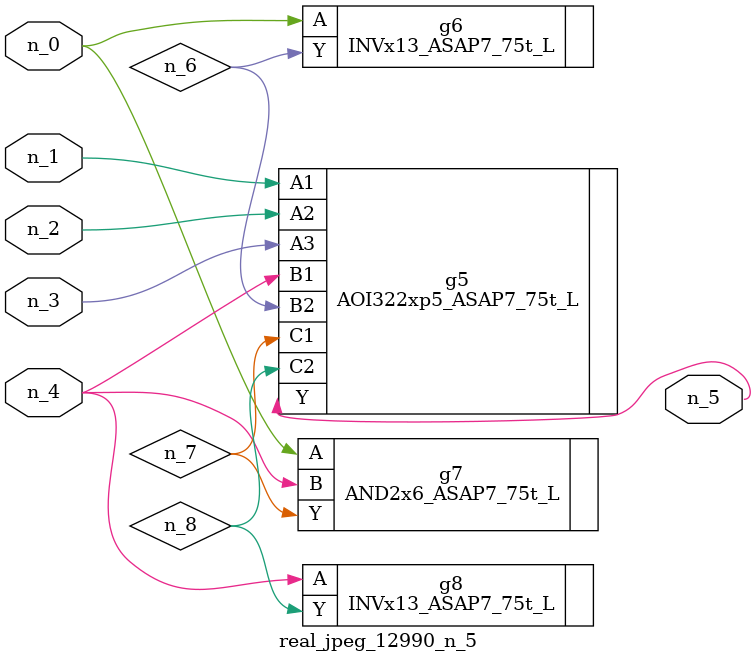
<source format=v>
module real_jpeg_12990_n_5 (n_4, n_0, n_1, n_2, n_3, n_5);

input n_4;
input n_0;
input n_1;
input n_2;
input n_3;

output n_5;

wire n_8;
wire n_6;
wire n_7;

INVx13_ASAP7_75t_L g6 ( 
.A(n_0),
.Y(n_6)
);

AND2x6_ASAP7_75t_L g7 ( 
.A(n_0),
.B(n_4),
.Y(n_7)
);

AOI322xp5_ASAP7_75t_L g5 ( 
.A1(n_1),
.A2(n_2),
.A3(n_3),
.B1(n_4),
.B2(n_6),
.C1(n_7),
.C2(n_8),
.Y(n_5)
);

INVx13_ASAP7_75t_L g8 ( 
.A(n_4),
.Y(n_8)
);


endmodule
</source>
